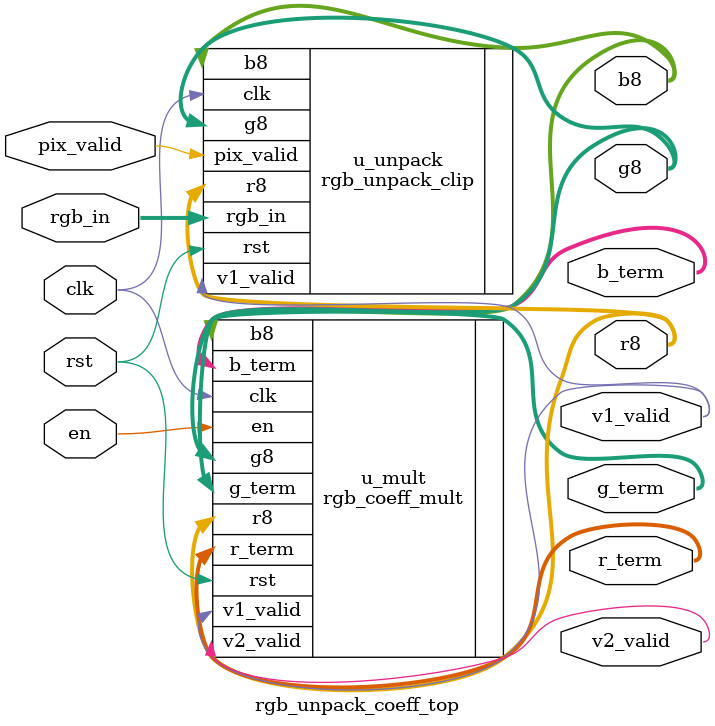
<source format=sv>
`ifndef RGB_UNPACK_COEFF_TOP_SV
`define RGB_UNPACK_COEFF_TOP_SV
`include "./src/AMOLED/rgb2y_luma/rgb_unpack_clip.sv"
`include "./src/AMOLED/rgb2y_luma/rgb_coeff_mult.sv"
`timescale 1ns/1ps
`default_nettype none


module rgb_unpack_coeff_top #(
  parameter int unsigned FORMAT = 0,
  parameter int unsigned LAT_U  = 1,    // unpack latency
  parameter bit          ZERO_WHEN_INVALID = 1'b1,

  parameter int unsigned LAT_M  = 1,    // mult latency
  parameter bit          USE_DSP = 1'b0,
  parameter bit          BYPASS  = 1'b0
)(
  input  logic        clk,
  input  logic        rst,

  input  logic        en,        // for multiplier pipeline
  input  logic        pix_valid,
  input  logic [35:0] rgb_in,

  output logic        v2_valid,
  output logic [15:0] r_term,
  output logic [15:0] g_term,
  output logic [15:0] b_term,

  // optional tap-out (debug)
  output logic        v1_valid,
  output logic [7:0]  r8,
  output logic [7:0]  g8,
  output logic [7:0]  b8
);

  rgb_unpack_clip #(
    .FORMAT(FORMAT),
    .LAT(LAT_U),
    .ZERO_WHEN_INVALID(ZERO_WHEN_INVALID)
  ) u_unpack (
    .clk(clk),
    .rst(rst),
    .pix_valid(pix_valid),
    .rgb_in(rgb_in),
    .v1_valid(v1_valid),
    .r8(r8),
    .g8(g8),
    .b8(b8)
  );

  rgb_coeff_mult #(
    .LAT(LAT_M),
    .USE_DSP(USE_DSP),
    .BYPASS(BYPASS)
  ) u_mult (
    .clk(clk),
    .rst(rst),
    .en(en),
    .v1_valid(v1_valid),
    .r8(r8),
    .g8(g8),
    .b8(b8),
    .v2_valid(v2_valid),
    .r_term(r_term),
    .g_term(g_term),
    .b_term(b_term)
  );

endmodule

`default_nettype wire
`endif

</source>
